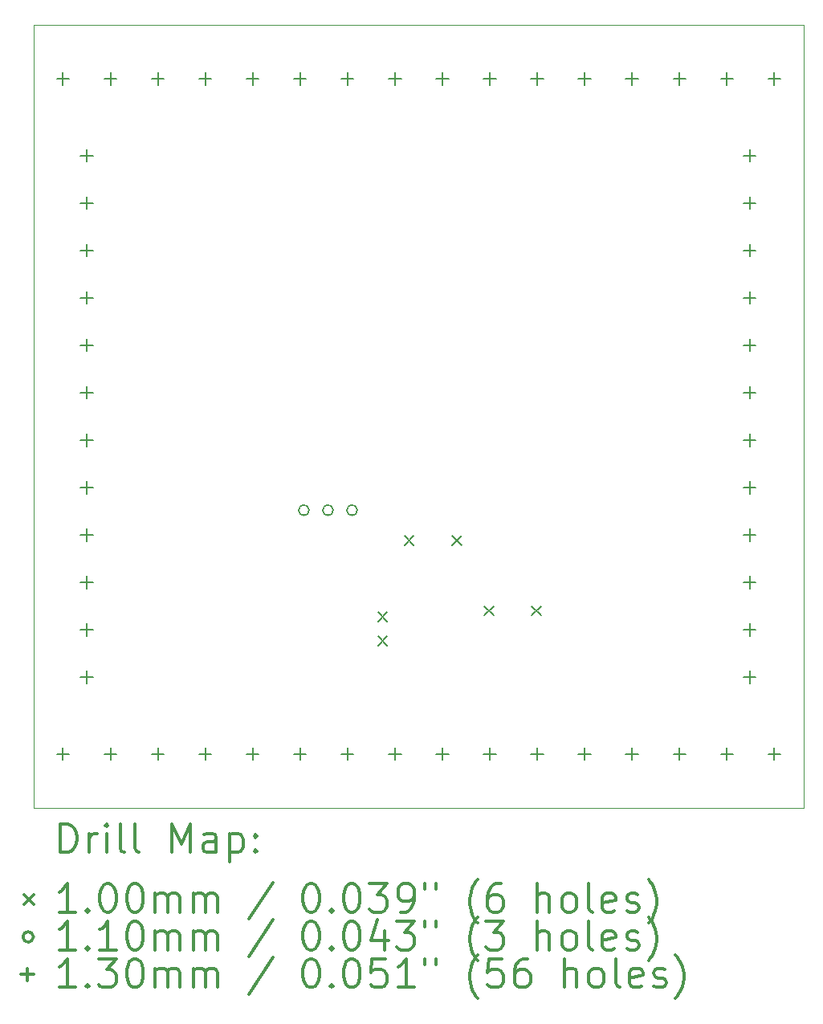
<source format=gbr>
%FSLAX45Y45*%
G04 Gerber Fmt 4.5, Leading zero omitted, Abs format (unit mm)*
G04 Created by KiCad (PCBNEW 5.1.4) date 2020-01-07 14:28:47*
%MOMM*%
%LPD*%
G04 APERTURE LIST*
%ADD10C,0.050000*%
%ADD11C,0.200000*%
%ADD12C,0.300000*%
G04 APERTURE END LIST*
D10*
X12200000Y5800000D02*
X4080000Y5800000D01*
X12200000Y-2460000D02*
X12200000Y5800000D01*
X4080000Y-2460000D02*
X12200000Y-2460000D01*
X4080000Y5800000D02*
X4080000Y-2460000D01*
D11*
X7710000Y-396000D02*
X7810000Y-496000D01*
X7810000Y-396000D02*
X7710000Y-496000D01*
X7710000Y-650000D02*
X7810000Y-750000D01*
X7810000Y-650000D02*
X7710000Y-750000D01*
X7990000Y410000D02*
X8090000Y310000D01*
X8090000Y410000D02*
X7990000Y310000D01*
X8490000Y410000D02*
X8590000Y310000D01*
X8590000Y410000D02*
X8490000Y310000D01*
X8830000Y-330000D02*
X8930000Y-430000D01*
X8930000Y-330000D02*
X8830000Y-430000D01*
X9330000Y-330000D02*
X9430000Y-430000D01*
X9430000Y-330000D02*
X9330000Y-430000D01*
X6985000Y680000D02*
G75*
G03X6985000Y680000I-55000J0D01*
G01*
X7239000Y680000D02*
G75*
G03X7239000Y680000I-55000J0D01*
G01*
X7493000Y680000D02*
G75*
G03X7493000Y680000I-55000J0D01*
G01*
X11630000Y4485000D02*
X11630000Y4355000D01*
X11565000Y4420000D02*
X11695000Y4420000D01*
X11630000Y3985000D02*
X11630000Y3855000D01*
X11565000Y3920000D02*
X11695000Y3920000D01*
X11630000Y3485000D02*
X11630000Y3355000D01*
X11565000Y3420000D02*
X11695000Y3420000D01*
X11630000Y2985000D02*
X11630000Y2855000D01*
X11565000Y2920000D02*
X11695000Y2920000D01*
X11630000Y2485000D02*
X11630000Y2355000D01*
X11565000Y2420000D02*
X11695000Y2420000D01*
X11630000Y1985000D02*
X11630000Y1855000D01*
X11565000Y1920000D02*
X11695000Y1920000D01*
X11630000Y1485000D02*
X11630000Y1355000D01*
X11565000Y1420000D02*
X11695000Y1420000D01*
X11630000Y985000D02*
X11630000Y855000D01*
X11565000Y920000D02*
X11695000Y920000D01*
X11630000Y485000D02*
X11630000Y355000D01*
X11565000Y420000D02*
X11695000Y420000D01*
X11630000Y-15000D02*
X11630000Y-145000D01*
X11565000Y-80000D02*
X11695000Y-80000D01*
X11630000Y-515000D02*
X11630000Y-645000D01*
X11565000Y-580000D02*
X11695000Y-580000D01*
X11630000Y-1015000D02*
X11630000Y-1145000D01*
X11565000Y-1080000D02*
X11695000Y-1080000D01*
X4390000Y5295000D02*
X4390000Y5165000D01*
X4325000Y5230000D02*
X4455000Y5230000D01*
X4890000Y5295000D02*
X4890000Y5165000D01*
X4825000Y5230000D02*
X4955000Y5230000D01*
X5390000Y5295000D02*
X5390000Y5165000D01*
X5325000Y5230000D02*
X5455000Y5230000D01*
X5890000Y5295000D02*
X5890000Y5165000D01*
X5825000Y5230000D02*
X5955000Y5230000D01*
X6390000Y5295000D02*
X6390000Y5165000D01*
X6325000Y5230000D02*
X6455000Y5230000D01*
X6890000Y5295000D02*
X6890000Y5165000D01*
X6825000Y5230000D02*
X6955000Y5230000D01*
X7390000Y5295000D02*
X7390000Y5165000D01*
X7325000Y5230000D02*
X7455000Y5230000D01*
X7890000Y5295000D02*
X7890000Y5165000D01*
X7825000Y5230000D02*
X7955000Y5230000D01*
X8390000Y5295000D02*
X8390000Y5165000D01*
X8325000Y5230000D02*
X8455000Y5230000D01*
X8890000Y5295000D02*
X8890000Y5165000D01*
X8825000Y5230000D02*
X8955000Y5230000D01*
X9390000Y5295000D02*
X9390000Y5165000D01*
X9325000Y5230000D02*
X9455000Y5230000D01*
X9890000Y5295000D02*
X9890000Y5165000D01*
X9825000Y5230000D02*
X9955000Y5230000D01*
X10390000Y5295000D02*
X10390000Y5165000D01*
X10325000Y5230000D02*
X10455000Y5230000D01*
X10890000Y5295000D02*
X10890000Y5165000D01*
X10825000Y5230000D02*
X10955000Y5230000D01*
X11390000Y5295000D02*
X11390000Y5165000D01*
X11325000Y5230000D02*
X11455000Y5230000D01*
X11890000Y5295000D02*
X11890000Y5165000D01*
X11825000Y5230000D02*
X11955000Y5230000D01*
X4640000Y4485000D02*
X4640000Y4355000D01*
X4575000Y4420000D02*
X4705000Y4420000D01*
X4640000Y3985000D02*
X4640000Y3855000D01*
X4575000Y3920000D02*
X4705000Y3920000D01*
X4640000Y3485000D02*
X4640000Y3355000D01*
X4575000Y3420000D02*
X4705000Y3420000D01*
X4640000Y2985000D02*
X4640000Y2855000D01*
X4575000Y2920000D02*
X4705000Y2920000D01*
X4640000Y2485000D02*
X4640000Y2355000D01*
X4575000Y2420000D02*
X4705000Y2420000D01*
X4640000Y1985000D02*
X4640000Y1855000D01*
X4575000Y1920000D02*
X4705000Y1920000D01*
X4640000Y1485000D02*
X4640000Y1355000D01*
X4575000Y1420000D02*
X4705000Y1420000D01*
X4640000Y985000D02*
X4640000Y855000D01*
X4575000Y920000D02*
X4705000Y920000D01*
X4640000Y485000D02*
X4640000Y355000D01*
X4575000Y420000D02*
X4705000Y420000D01*
X4640000Y-15000D02*
X4640000Y-145000D01*
X4575000Y-80000D02*
X4705000Y-80000D01*
X4640000Y-515000D02*
X4640000Y-645000D01*
X4575000Y-580000D02*
X4705000Y-580000D01*
X4640000Y-1015000D02*
X4640000Y-1145000D01*
X4575000Y-1080000D02*
X4705000Y-1080000D01*
X4390000Y-1825000D02*
X4390000Y-1955000D01*
X4325000Y-1890000D02*
X4455000Y-1890000D01*
X4890000Y-1825000D02*
X4890000Y-1955000D01*
X4825000Y-1890000D02*
X4955000Y-1890000D01*
X5390000Y-1825000D02*
X5390000Y-1955000D01*
X5325000Y-1890000D02*
X5455000Y-1890000D01*
X5890000Y-1825000D02*
X5890000Y-1955000D01*
X5825000Y-1890000D02*
X5955000Y-1890000D01*
X6390000Y-1825000D02*
X6390000Y-1955000D01*
X6325000Y-1890000D02*
X6455000Y-1890000D01*
X6890000Y-1825000D02*
X6890000Y-1955000D01*
X6825000Y-1890000D02*
X6955000Y-1890000D01*
X7390000Y-1825000D02*
X7390000Y-1955000D01*
X7325000Y-1890000D02*
X7455000Y-1890000D01*
X7890000Y-1825000D02*
X7890000Y-1955000D01*
X7825000Y-1890000D02*
X7955000Y-1890000D01*
X8390000Y-1825000D02*
X8390000Y-1955000D01*
X8325000Y-1890000D02*
X8455000Y-1890000D01*
X8890000Y-1825000D02*
X8890000Y-1955000D01*
X8825000Y-1890000D02*
X8955000Y-1890000D01*
X9390000Y-1825000D02*
X9390000Y-1955000D01*
X9325000Y-1890000D02*
X9455000Y-1890000D01*
X9890000Y-1825000D02*
X9890000Y-1955000D01*
X9825000Y-1890000D02*
X9955000Y-1890000D01*
X10390000Y-1825000D02*
X10390000Y-1955000D01*
X10325000Y-1890000D02*
X10455000Y-1890000D01*
X10890000Y-1825000D02*
X10890000Y-1955000D01*
X10825000Y-1890000D02*
X10955000Y-1890000D01*
X11390000Y-1825000D02*
X11390000Y-1955000D01*
X11325000Y-1890000D02*
X11455000Y-1890000D01*
X11890000Y-1825000D02*
X11890000Y-1955000D01*
X11825000Y-1890000D02*
X11955000Y-1890000D01*
D12*
X4363928Y-2928214D02*
X4363928Y-2628214D01*
X4435357Y-2628214D01*
X4478214Y-2642500D01*
X4506786Y-2671072D01*
X4521071Y-2699643D01*
X4535357Y-2756786D01*
X4535357Y-2799643D01*
X4521071Y-2856786D01*
X4506786Y-2885357D01*
X4478214Y-2913929D01*
X4435357Y-2928214D01*
X4363928Y-2928214D01*
X4663928Y-2928214D02*
X4663928Y-2728214D01*
X4663928Y-2785357D02*
X4678214Y-2756786D01*
X4692500Y-2742500D01*
X4721071Y-2728214D01*
X4749643Y-2728214D01*
X4849643Y-2928214D02*
X4849643Y-2728214D01*
X4849643Y-2628214D02*
X4835357Y-2642500D01*
X4849643Y-2656786D01*
X4863928Y-2642500D01*
X4849643Y-2628214D01*
X4849643Y-2656786D01*
X5035357Y-2928214D02*
X5006786Y-2913929D01*
X4992500Y-2885357D01*
X4992500Y-2628214D01*
X5192500Y-2928214D02*
X5163928Y-2913929D01*
X5149643Y-2885357D01*
X5149643Y-2628214D01*
X5535357Y-2928214D02*
X5535357Y-2628214D01*
X5635357Y-2842500D01*
X5735357Y-2628214D01*
X5735357Y-2928214D01*
X6006786Y-2928214D02*
X6006786Y-2771072D01*
X5992500Y-2742500D01*
X5963928Y-2728214D01*
X5906786Y-2728214D01*
X5878214Y-2742500D01*
X6006786Y-2913929D02*
X5978214Y-2928214D01*
X5906786Y-2928214D01*
X5878214Y-2913929D01*
X5863928Y-2885357D01*
X5863928Y-2856786D01*
X5878214Y-2828214D01*
X5906786Y-2813929D01*
X5978214Y-2813929D01*
X6006786Y-2799643D01*
X6149643Y-2728214D02*
X6149643Y-3028214D01*
X6149643Y-2742500D02*
X6178214Y-2728214D01*
X6235357Y-2728214D01*
X6263928Y-2742500D01*
X6278214Y-2756786D01*
X6292500Y-2785357D01*
X6292500Y-2871071D01*
X6278214Y-2899643D01*
X6263928Y-2913929D01*
X6235357Y-2928214D01*
X6178214Y-2928214D01*
X6149643Y-2913929D01*
X6421071Y-2899643D02*
X6435357Y-2913929D01*
X6421071Y-2928214D01*
X6406786Y-2913929D01*
X6421071Y-2899643D01*
X6421071Y-2928214D01*
X6421071Y-2742500D02*
X6435357Y-2756786D01*
X6421071Y-2771072D01*
X6406786Y-2756786D01*
X6421071Y-2742500D01*
X6421071Y-2771072D01*
X3977500Y-3372500D02*
X4077500Y-3472500D01*
X4077500Y-3372500D02*
X3977500Y-3472500D01*
X4521071Y-3558214D02*
X4349643Y-3558214D01*
X4435357Y-3558214D02*
X4435357Y-3258214D01*
X4406786Y-3301071D01*
X4378214Y-3329643D01*
X4349643Y-3343929D01*
X4649643Y-3529643D02*
X4663928Y-3543929D01*
X4649643Y-3558214D01*
X4635357Y-3543929D01*
X4649643Y-3529643D01*
X4649643Y-3558214D01*
X4849643Y-3258214D02*
X4878214Y-3258214D01*
X4906786Y-3272500D01*
X4921071Y-3286786D01*
X4935357Y-3315357D01*
X4949643Y-3372500D01*
X4949643Y-3443929D01*
X4935357Y-3501071D01*
X4921071Y-3529643D01*
X4906786Y-3543929D01*
X4878214Y-3558214D01*
X4849643Y-3558214D01*
X4821071Y-3543929D01*
X4806786Y-3529643D01*
X4792500Y-3501071D01*
X4778214Y-3443929D01*
X4778214Y-3372500D01*
X4792500Y-3315357D01*
X4806786Y-3286786D01*
X4821071Y-3272500D01*
X4849643Y-3258214D01*
X5135357Y-3258214D02*
X5163928Y-3258214D01*
X5192500Y-3272500D01*
X5206786Y-3286786D01*
X5221071Y-3315357D01*
X5235357Y-3372500D01*
X5235357Y-3443929D01*
X5221071Y-3501071D01*
X5206786Y-3529643D01*
X5192500Y-3543929D01*
X5163928Y-3558214D01*
X5135357Y-3558214D01*
X5106786Y-3543929D01*
X5092500Y-3529643D01*
X5078214Y-3501071D01*
X5063928Y-3443929D01*
X5063928Y-3372500D01*
X5078214Y-3315357D01*
X5092500Y-3286786D01*
X5106786Y-3272500D01*
X5135357Y-3258214D01*
X5363928Y-3558214D02*
X5363928Y-3358214D01*
X5363928Y-3386786D02*
X5378214Y-3372500D01*
X5406786Y-3358214D01*
X5449643Y-3358214D01*
X5478214Y-3372500D01*
X5492500Y-3401071D01*
X5492500Y-3558214D01*
X5492500Y-3401071D02*
X5506786Y-3372500D01*
X5535357Y-3358214D01*
X5578214Y-3358214D01*
X5606786Y-3372500D01*
X5621071Y-3401071D01*
X5621071Y-3558214D01*
X5763928Y-3558214D02*
X5763928Y-3358214D01*
X5763928Y-3386786D02*
X5778214Y-3372500D01*
X5806786Y-3358214D01*
X5849643Y-3358214D01*
X5878214Y-3372500D01*
X5892500Y-3401071D01*
X5892500Y-3558214D01*
X5892500Y-3401071D02*
X5906786Y-3372500D01*
X5935357Y-3358214D01*
X5978214Y-3358214D01*
X6006786Y-3372500D01*
X6021071Y-3401071D01*
X6021071Y-3558214D01*
X6606786Y-3243929D02*
X6349643Y-3629643D01*
X6992500Y-3258214D02*
X7021071Y-3258214D01*
X7049643Y-3272500D01*
X7063928Y-3286786D01*
X7078214Y-3315357D01*
X7092500Y-3372500D01*
X7092500Y-3443929D01*
X7078214Y-3501071D01*
X7063928Y-3529643D01*
X7049643Y-3543929D01*
X7021071Y-3558214D01*
X6992500Y-3558214D01*
X6963928Y-3543929D01*
X6949643Y-3529643D01*
X6935357Y-3501071D01*
X6921071Y-3443929D01*
X6921071Y-3372500D01*
X6935357Y-3315357D01*
X6949643Y-3286786D01*
X6963928Y-3272500D01*
X6992500Y-3258214D01*
X7221071Y-3529643D02*
X7235357Y-3543929D01*
X7221071Y-3558214D01*
X7206786Y-3543929D01*
X7221071Y-3529643D01*
X7221071Y-3558214D01*
X7421071Y-3258214D02*
X7449643Y-3258214D01*
X7478214Y-3272500D01*
X7492500Y-3286786D01*
X7506786Y-3315357D01*
X7521071Y-3372500D01*
X7521071Y-3443929D01*
X7506786Y-3501071D01*
X7492500Y-3529643D01*
X7478214Y-3543929D01*
X7449643Y-3558214D01*
X7421071Y-3558214D01*
X7392500Y-3543929D01*
X7378214Y-3529643D01*
X7363928Y-3501071D01*
X7349643Y-3443929D01*
X7349643Y-3372500D01*
X7363928Y-3315357D01*
X7378214Y-3286786D01*
X7392500Y-3272500D01*
X7421071Y-3258214D01*
X7621071Y-3258214D02*
X7806786Y-3258214D01*
X7706786Y-3372500D01*
X7749643Y-3372500D01*
X7778214Y-3386786D01*
X7792500Y-3401071D01*
X7806786Y-3429643D01*
X7806786Y-3501071D01*
X7792500Y-3529643D01*
X7778214Y-3543929D01*
X7749643Y-3558214D01*
X7663928Y-3558214D01*
X7635357Y-3543929D01*
X7621071Y-3529643D01*
X7949643Y-3558214D02*
X8006786Y-3558214D01*
X8035357Y-3543929D01*
X8049643Y-3529643D01*
X8078214Y-3486786D01*
X8092500Y-3429643D01*
X8092500Y-3315357D01*
X8078214Y-3286786D01*
X8063928Y-3272500D01*
X8035357Y-3258214D01*
X7978214Y-3258214D01*
X7949643Y-3272500D01*
X7935357Y-3286786D01*
X7921071Y-3315357D01*
X7921071Y-3386786D01*
X7935357Y-3415357D01*
X7949643Y-3429643D01*
X7978214Y-3443929D01*
X8035357Y-3443929D01*
X8063928Y-3429643D01*
X8078214Y-3415357D01*
X8092500Y-3386786D01*
X8206786Y-3258214D02*
X8206786Y-3315357D01*
X8321071Y-3258214D02*
X8321071Y-3315357D01*
X8763928Y-3672500D02*
X8749643Y-3658214D01*
X8721071Y-3615357D01*
X8706786Y-3586786D01*
X8692500Y-3543929D01*
X8678214Y-3472500D01*
X8678214Y-3415357D01*
X8692500Y-3343929D01*
X8706786Y-3301071D01*
X8721071Y-3272500D01*
X8749643Y-3229643D01*
X8763928Y-3215357D01*
X9006786Y-3258214D02*
X8949643Y-3258214D01*
X8921071Y-3272500D01*
X8906786Y-3286786D01*
X8878214Y-3329643D01*
X8863928Y-3386786D01*
X8863928Y-3501071D01*
X8878214Y-3529643D01*
X8892500Y-3543929D01*
X8921071Y-3558214D01*
X8978214Y-3558214D01*
X9006786Y-3543929D01*
X9021071Y-3529643D01*
X9035357Y-3501071D01*
X9035357Y-3429643D01*
X9021071Y-3401071D01*
X9006786Y-3386786D01*
X8978214Y-3372500D01*
X8921071Y-3372500D01*
X8892500Y-3386786D01*
X8878214Y-3401071D01*
X8863928Y-3429643D01*
X9392500Y-3558214D02*
X9392500Y-3258214D01*
X9521071Y-3558214D02*
X9521071Y-3401071D01*
X9506786Y-3372500D01*
X9478214Y-3358214D01*
X9435357Y-3358214D01*
X9406786Y-3372500D01*
X9392500Y-3386786D01*
X9706786Y-3558214D02*
X9678214Y-3543929D01*
X9663928Y-3529643D01*
X9649643Y-3501071D01*
X9649643Y-3415357D01*
X9663928Y-3386786D01*
X9678214Y-3372500D01*
X9706786Y-3358214D01*
X9749643Y-3358214D01*
X9778214Y-3372500D01*
X9792500Y-3386786D01*
X9806786Y-3415357D01*
X9806786Y-3501071D01*
X9792500Y-3529643D01*
X9778214Y-3543929D01*
X9749643Y-3558214D01*
X9706786Y-3558214D01*
X9978214Y-3558214D02*
X9949643Y-3543929D01*
X9935357Y-3515357D01*
X9935357Y-3258214D01*
X10206786Y-3543929D02*
X10178214Y-3558214D01*
X10121071Y-3558214D01*
X10092500Y-3543929D01*
X10078214Y-3515357D01*
X10078214Y-3401071D01*
X10092500Y-3372500D01*
X10121071Y-3358214D01*
X10178214Y-3358214D01*
X10206786Y-3372500D01*
X10221071Y-3401071D01*
X10221071Y-3429643D01*
X10078214Y-3458214D01*
X10335357Y-3543929D02*
X10363928Y-3558214D01*
X10421071Y-3558214D01*
X10449643Y-3543929D01*
X10463928Y-3515357D01*
X10463928Y-3501071D01*
X10449643Y-3472500D01*
X10421071Y-3458214D01*
X10378214Y-3458214D01*
X10349643Y-3443929D01*
X10335357Y-3415357D01*
X10335357Y-3401071D01*
X10349643Y-3372500D01*
X10378214Y-3358214D01*
X10421071Y-3358214D01*
X10449643Y-3372500D01*
X10563928Y-3672500D02*
X10578214Y-3658214D01*
X10606786Y-3615357D01*
X10621071Y-3586786D01*
X10635357Y-3543929D01*
X10649643Y-3472500D01*
X10649643Y-3415357D01*
X10635357Y-3343929D01*
X10621071Y-3301071D01*
X10606786Y-3272500D01*
X10578214Y-3229643D01*
X10563928Y-3215357D01*
X4077500Y-3818500D02*
G75*
G03X4077500Y-3818500I-55000J0D01*
G01*
X4521071Y-3954214D02*
X4349643Y-3954214D01*
X4435357Y-3954214D02*
X4435357Y-3654214D01*
X4406786Y-3697071D01*
X4378214Y-3725643D01*
X4349643Y-3739929D01*
X4649643Y-3925643D02*
X4663928Y-3939929D01*
X4649643Y-3954214D01*
X4635357Y-3939929D01*
X4649643Y-3925643D01*
X4649643Y-3954214D01*
X4949643Y-3954214D02*
X4778214Y-3954214D01*
X4863928Y-3954214D02*
X4863928Y-3654214D01*
X4835357Y-3697071D01*
X4806786Y-3725643D01*
X4778214Y-3739929D01*
X5135357Y-3654214D02*
X5163928Y-3654214D01*
X5192500Y-3668500D01*
X5206786Y-3682786D01*
X5221071Y-3711357D01*
X5235357Y-3768500D01*
X5235357Y-3839929D01*
X5221071Y-3897071D01*
X5206786Y-3925643D01*
X5192500Y-3939929D01*
X5163928Y-3954214D01*
X5135357Y-3954214D01*
X5106786Y-3939929D01*
X5092500Y-3925643D01*
X5078214Y-3897071D01*
X5063928Y-3839929D01*
X5063928Y-3768500D01*
X5078214Y-3711357D01*
X5092500Y-3682786D01*
X5106786Y-3668500D01*
X5135357Y-3654214D01*
X5363928Y-3954214D02*
X5363928Y-3754214D01*
X5363928Y-3782786D02*
X5378214Y-3768500D01*
X5406786Y-3754214D01*
X5449643Y-3754214D01*
X5478214Y-3768500D01*
X5492500Y-3797071D01*
X5492500Y-3954214D01*
X5492500Y-3797071D02*
X5506786Y-3768500D01*
X5535357Y-3754214D01*
X5578214Y-3754214D01*
X5606786Y-3768500D01*
X5621071Y-3797071D01*
X5621071Y-3954214D01*
X5763928Y-3954214D02*
X5763928Y-3754214D01*
X5763928Y-3782786D02*
X5778214Y-3768500D01*
X5806786Y-3754214D01*
X5849643Y-3754214D01*
X5878214Y-3768500D01*
X5892500Y-3797071D01*
X5892500Y-3954214D01*
X5892500Y-3797071D02*
X5906786Y-3768500D01*
X5935357Y-3754214D01*
X5978214Y-3754214D01*
X6006786Y-3768500D01*
X6021071Y-3797071D01*
X6021071Y-3954214D01*
X6606786Y-3639929D02*
X6349643Y-4025643D01*
X6992500Y-3654214D02*
X7021071Y-3654214D01*
X7049643Y-3668500D01*
X7063928Y-3682786D01*
X7078214Y-3711357D01*
X7092500Y-3768500D01*
X7092500Y-3839929D01*
X7078214Y-3897071D01*
X7063928Y-3925643D01*
X7049643Y-3939929D01*
X7021071Y-3954214D01*
X6992500Y-3954214D01*
X6963928Y-3939929D01*
X6949643Y-3925643D01*
X6935357Y-3897071D01*
X6921071Y-3839929D01*
X6921071Y-3768500D01*
X6935357Y-3711357D01*
X6949643Y-3682786D01*
X6963928Y-3668500D01*
X6992500Y-3654214D01*
X7221071Y-3925643D02*
X7235357Y-3939929D01*
X7221071Y-3954214D01*
X7206786Y-3939929D01*
X7221071Y-3925643D01*
X7221071Y-3954214D01*
X7421071Y-3654214D02*
X7449643Y-3654214D01*
X7478214Y-3668500D01*
X7492500Y-3682786D01*
X7506786Y-3711357D01*
X7521071Y-3768500D01*
X7521071Y-3839929D01*
X7506786Y-3897071D01*
X7492500Y-3925643D01*
X7478214Y-3939929D01*
X7449643Y-3954214D01*
X7421071Y-3954214D01*
X7392500Y-3939929D01*
X7378214Y-3925643D01*
X7363928Y-3897071D01*
X7349643Y-3839929D01*
X7349643Y-3768500D01*
X7363928Y-3711357D01*
X7378214Y-3682786D01*
X7392500Y-3668500D01*
X7421071Y-3654214D01*
X7778214Y-3754214D02*
X7778214Y-3954214D01*
X7706786Y-3639929D02*
X7635357Y-3854214D01*
X7821071Y-3854214D01*
X7906786Y-3654214D02*
X8092500Y-3654214D01*
X7992500Y-3768500D01*
X8035357Y-3768500D01*
X8063928Y-3782786D01*
X8078214Y-3797071D01*
X8092500Y-3825643D01*
X8092500Y-3897071D01*
X8078214Y-3925643D01*
X8063928Y-3939929D01*
X8035357Y-3954214D01*
X7949643Y-3954214D01*
X7921071Y-3939929D01*
X7906786Y-3925643D01*
X8206786Y-3654214D02*
X8206786Y-3711357D01*
X8321071Y-3654214D02*
X8321071Y-3711357D01*
X8763928Y-4068500D02*
X8749643Y-4054214D01*
X8721071Y-4011357D01*
X8706786Y-3982786D01*
X8692500Y-3939929D01*
X8678214Y-3868500D01*
X8678214Y-3811357D01*
X8692500Y-3739929D01*
X8706786Y-3697071D01*
X8721071Y-3668500D01*
X8749643Y-3625643D01*
X8763928Y-3611357D01*
X8849643Y-3654214D02*
X9035357Y-3654214D01*
X8935357Y-3768500D01*
X8978214Y-3768500D01*
X9006786Y-3782786D01*
X9021071Y-3797071D01*
X9035357Y-3825643D01*
X9035357Y-3897071D01*
X9021071Y-3925643D01*
X9006786Y-3939929D01*
X8978214Y-3954214D01*
X8892500Y-3954214D01*
X8863928Y-3939929D01*
X8849643Y-3925643D01*
X9392500Y-3954214D02*
X9392500Y-3654214D01*
X9521071Y-3954214D02*
X9521071Y-3797071D01*
X9506786Y-3768500D01*
X9478214Y-3754214D01*
X9435357Y-3754214D01*
X9406786Y-3768500D01*
X9392500Y-3782786D01*
X9706786Y-3954214D02*
X9678214Y-3939929D01*
X9663928Y-3925643D01*
X9649643Y-3897071D01*
X9649643Y-3811357D01*
X9663928Y-3782786D01*
X9678214Y-3768500D01*
X9706786Y-3754214D01*
X9749643Y-3754214D01*
X9778214Y-3768500D01*
X9792500Y-3782786D01*
X9806786Y-3811357D01*
X9806786Y-3897071D01*
X9792500Y-3925643D01*
X9778214Y-3939929D01*
X9749643Y-3954214D01*
X9706786Y-3954214D01*
X9978214Y-3954214D02*
X9949643Y-3939929D01*
X9935357Y-3911357D01*
X9935357Y-3654214D01*
X10206786Y-3939929D02*
X10178214Y-3954214D01*
X10121071Y-3954214D01*
X10092500Y-3939929D01*
X10078214Y-3911357D01*
X10078214Y-3797071D01*
X10092500Y-3768500D01*
X10121071Y-3754214D01*
X10178214Y-3754214D01*
X10206786Y-3768500D01*
X10221071Y-3797071D01*
X10221071Y-3825643D01*
X10078214Y-3854214D01*
X10335357Y-3939929D02*
X10363928Y-3954214D01*
X10421071Y-3954214D01*
X10449643Y-3939929D01*
X10463928Y-3911357D01*
X10463928Y-3897071D01*
X10449643Y-3868500D01*
X10421071Y-3854214D01*
X10378214Y-3854214D01*
X10349643Y-3839929D01*
X10335357Y-3811357D01*
X10335357Y-3797071D01*
X10349643Y-3768500D01*
X10378214Y-3754214D01*
X10421071Y-3754214D01*
X10449643Y-3768500D01*
X10563928Y-4068500D02*
X10578214Y-4054214D01*
X10606786Y-4011357D01*
X10621071Y-3982786D01*
X10635357Y-3939929D01*
X10649643Y-3868500D01*
X10649643Y-3811357D01*
X10635357Y-3739929D01*
X10621071Y-3697071D01*
X10606786Y-3668500D01*
X10578214Y-3625643D01*
X10563928Y-3611357D01*
X4012500Y-4149500D02*
X4012500Y-4279500D01*
X3947500Y-4214500D02*
X4077500Y-4214500D01*
X4521071Y-4350214D02*
X4349643Y-4350214D01*
X4435357Y-4350214D02*
X4435357Y-4050214D01*
X4406786Y-4093071D01*
X4378214Y-4121643D01*
X4349643Y-4135929D01*
X4649643Y-4321643D02*
X4663928Y-4335929D01*
X4649643Y-4350214D01*
X4635357Y-4335929D01*
X4649643Y-4321643D01*
X4649643Y-4350214D01*
X4763928Y-4050214D02*
X4949643Y-4050214D01*
X4849643Y-4164500D01*
X4892500Y-4164500D01*
X4921071Y-4178786D01*
X4935357Y-4193071D01*
X4949643Y-4221643D01*
X4949643Y-4293072D01*
X4935357Y-4321643D01*
X4921071Y-4335929D01*
X4892500Y-4350214D01*
X4806786Y-4350214D01*
X4778214Y-4335929D01*
X4763928Y-4321643D01*
X5135357Y-4050214D02*
X5163928Y-4050214D01*
X5192500Y-4064500D01*
X5206786Y-4078786D01*
X5221071Y-4107357D01*
X5235357Y-4164500D01*
X5235357Y-4235929D01*
X5221071Y-4293072D01*
X5206786Y-4321643D01*
X5192500Y-4335929D01*
X5163928Y-4350214D01*
X5135357Y-4350214D01*
X5106786Y-4335929D01*
X5092500Y-4321643D01*
X5078214Y-4293072D01*
X5063928Y-4235929D01*
X5063928Y-4164500D01*
X5078214Y-4107357D01*
X5092500Y-4078786D01*
X5106786Y-4064500D01*
X5135357Y-4050214D01*
X5363928Y-4350214D02*
X5363928Y-4150214D01*
X5363928Y-4178786D02*
X5378214Y-4164500D01*
X5406786Y-4150214D01*
X5449643Y-4150214D01*
X5478214Y-4164500D01*
X5492500Y-4193071D01*
X5492500Y-4350214D01*
X5492500Y-4193071D02*
X5506786Y-4164500D01*
X5535357Y-4150214D01*
X5578214Y-4150214D01*
X5606786Y-4164500D01*
X5621071Y-4193071D01*
X5621071Y-4350214D01*
X5763928Y-4350214D02*
X5763928Y-4150214D01*
X5763928Y-4178786D02*
X5778214Y-4164500D01*
X5806786Y-4150214D01*
X5849643Y-4150214D01*
X5878214Y-4164500D01*
X5892500Y-4193071D01*
X5892500Y-4350214D01*
X5892500Y-4193071D02*
X5906786Y-4164500D01*
X5935357Y-4150214D01*
X5978214Y-4150214D01*
X6006786Y-4164500D01*
X6021071Y-4193071D01*
X6021071Y-4350214D01*
X6606786Y-4035929D02*
X6349643Y-4421643D01*
X6992500Y-4050214D02*
X7021071Y-4050214D01*
X7049643Y-4064500D01*
X7063928Y-4078786D01*
X7078214Y-4107357D01*
X7092500Y-4164500D01*
X7092500Y-4235929D01*
X7078214Y-4293072D01*
X7063928Y-4321643D01*
X7049643Y-4335929D01*
X7021071Y-4350214D01*
X6992500Y-4350214D01*
X6963928Y-4335929D01*
X6949643Y-4321643D01*
X6935357Y-4293072D01*
X6921071Y-4235929D01*
X6921071Y-4164500D01*
X6935357Y-4107357D01*
X6949643Y-4078786D01*
X6963928Y-4064500D01*
X6992500Y-4050214D01*
X7221071Y-4321643D02*
X7235357Y-4335929D01*
X7221071Y-4350214D01*
X7206786Y-4335929D01*
X7221071Y-4321643D01*
X7221071Y-4350214D01*
X7421071Y-4050214D02*
X7449643Y-4050214D01*
X7478214Y-4064500D01*
X7492500Y-4078786D01*
X7506786Y-4107357D01*
X7521071Y-4164500D01*
X7521071Y-4235929D01*
X7506786Y-4293072D01*
X7492500Y-4321643D01*
X7478214Y-4335929D01*
X7449643Y-4350214D01*
X7421071Y-4350214D01*
X7392500Y-4335929D01*
X7378214Y-4321643D01*
X7363928Y-4293072D01*
X7349643Y-4235929D01*
X7349643Y-4164500D01*
X7363928Y-4107357D01*
X7378214Y-4078786D01*
X7392500Y-4064500D01*
X7421071Y-4050214D01*
X7792500Y-4050214D02*
X7649643Y-4050214D01*
X7635357Y-4193071D01*
X7649643Y-4178786D01*
X7678214Y-4164500D01*
X7749643Y-4164500D01*
X7778214Y-4178786D01*
X7792500Y-4193071D01*
X7806786Y-4221643D01*
X7806786Y-4293072D01*
X7792500Y-4321643D01*
X7778214Y-4335929D01*
X7749643Y-4350214D01*
X7678214Y-4350214D01*
X7649643Y-4335929D01*
X7635357Y-4321643D01*
X8092500Y-4350214D02*
X7921071Y-4350214D01*
X8006786Y-4350214D02*
X8006786Y-4050214D01*
X7978214Y-4093071D01*
X7949643Y-4121643D01*
X7921071Y-4135929D01*
X8206786Y-4050214D02*
X8206786Y-4107357D01*
X8321071Y-4050214D02*
X8321071Y-4107357D01*
X8763928Y-4464500D02*
X8749643Y-4450214D01*
X8721071Y-4407357D01*
X8706786Y-4378786D01*
X8692500Y-4335929D01*
X8678214Y-4264500D01*
X8678214Y-4207357D01*
X8692500Y-4135929D01*
X8706786Y-4093071D01*
X8721071Y-4064500D01*
X8749643Y-4021643D01*
X8763928Y-4007357D01*
X9021071Y-4050214D02*
X8878214Y-4050214D01*
X8863928Y-4193071D01*
X8878214Y-4178786D01*
X8906786Y-4164500D01*
X8978214Y-4164500D01*
X9006786Y-4178786D01*
X9021071Y-4193071D01*
X9035357Y-4221643D01*
X9035357Y-4293072D01*
X9021071Y-4321643D01*
X9006786Y-4335929D01*
X8978214Y-4350214D01*
X8906786Y-4350214D01*
X8878214Y-4335929D01*
X8863928Y-4321643D01*
X9292500Y-4050214D02*
X9235357Y-4050214D01*
X9206786Y-4064500D01*
X9192500Y-4078786D01*
X9163928Y-4121643D01*
X9149643Y-4178786D01*
X9149643Y-4293072D01*
X9163928Y-4321643D01*
X9178214Y-4335929D01*
X9206786Y-4350214D01*
X9263928Y-4350214D01*
X9292500Y-4335929D01*
X9306786Y-4321643D01*
X9321071Y-4293072D01*
X9321071Y-4221643D01*
X9306786Y-4193071D01*
X9292500Y-4178786D01*
X9263928Y-4164500D01*
X9206786Y-4164500D01*
X9178214Y-4178786D01*
X9163928Y-4193071D01*
X9149643Y-4221643D01*
X9678214Y-4350214D02*
X9678214Y-4050214D01*
X9806786Y-4350214D02*
X9806786Y-4193071D01*
X9792500Y-4164500D01*
X9763928Y-4150214D01*
X9721071Y-4150214D01*
X9692500Y-4164500D01*
X9678214Y-4178786D01*
X9992500Y-4350214D02*
X9963928Y-4335929D01*
X9949643Y-4321643D01*
X9935357Y-4293072D01*
X9935357Y-4207357D01*
X9949643Y-4178786D01*
X9963928Y-4164500D01*
X9992500Y-4150214D01*
X10035357Y-4150214D01*
X10063928Y-4164500D01*
X10078214Y-4178786D01*
X10092500Y-4207357D01*
X10092500Y-4293072D01*
X10078214Y-4321643D01*
X10063928Y-4335929D01*
X10035357Y-4350214D01*
X9992500Y-4350214D01*
X10263928Y-4350214D02*
X10235357Y-4335929D01*
X10221071Y-4307357D01*
X10221071Y-4050214D01*
X10492500Y-4335929D02*
X10463928Y-4350214D01*
X10406786Y-4350214D01*
X10378214Y-4335929D01*
X10363928Y-4307357D01*
X10363928Y-4193071D01*
X10378214Y-4164500D01*
X10406786Y-4150214D01*
X10463928Y-4150214D01*
X10492500Y-4164500D01*
X10506786Y-4193071D01*
X10506786Y-4221643D01*
X10363928Y-4250214D01*
X10621071Y-4335929D02*
X10649643Y-4350214D01*
X10706786Y-4350214D01*
X10735357Y-4335929D01*
X10749643Y-4307357D01*
X10749643Y-4293072D01*
X10735357Y-4264500D01*
X10706786Y-4250214D01*
X10663928Y-4250214D01*
X10635357Y-4235929D01*
X10621071Y-4207357D01*
X10621071Y-4193071D01*
X10635357Y-4164500D01*
X10663928Y-4150214D01*
X10706786Y-4150214D01*
X10735357Y-4164500D01*
X10849643Y-4464500D02*
X10863928Y-4450214D01*
X10892500Y-4407357D01*
X10906786Y-4378786D01*
X10921071Y-4335929D01*
X10935357Y-4264500D01*
X10935357Y-4207357D01*
X10921071Y-4135929D01*
X10906786Y-4093071D01*
X10892500Y-4064500D01*
X10863928Y-4021643D01*
X10849643Y-4007357D01*
M02*

</source>
